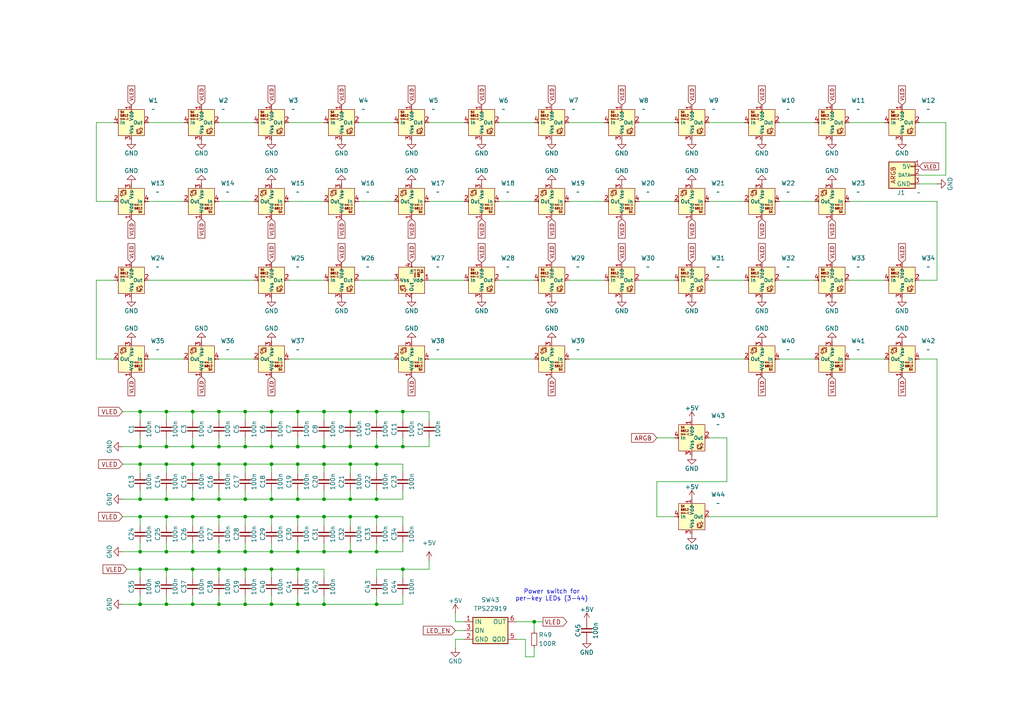
<source format=kicad_sch>
(kicad_sch (version 20250114) (generator "eeschema") (generator_version "9.0")
  (paper "A4")
  (text "Power switch for\nper-key LEDs (3-44)" (at 160.02 172.72 0) (effects (font (size 1.27 1.27))))
  (junction (at 63.5 144.78))
  (junction (at 71.12 144.78))
  (junction (at 55.88 144.78))
  (junction (at 86.36 144.78))
  (junction (at 48.26 119.38))
  (junction (at 109.22 129.54))
  (junction (at 93.98 149.86))
  (junction (at 101.6 134.62))
  (junction (at 48.26 134.62))
  (junction (at 116.84 129.54))
  (junction (at 63.5 134.62))
  (junction (at 93.98 129.54))
  (junction (at 109.22 149.86))
  (junction (at 55.88 134.62))
  (junction (at 63.5 175.26))
  (junction (at 55.88 149.86))
  (junction (at 71.12 149.86))
  (junction (at 78.74 175.26))
  (junction (at 116.84 119.38))
  (junction (at 78.74 165.1))
  (junction (at 63.5 119.38))
  (junction (at 55.88 175.26))
  (junction (at 101.6 119.38))
  (junction (at 101.6 160.02))
  (junction (at 93.98 134.62))
  (junction (at 101.6 129.54))
  (junction (at 63.5 149.86))
  (junction (at 55.88 129.54))
  (junction (at 48.26 175.26))
  (junction (at 101.6 149.86))
  (junction (at 86.36 149.86))
  (junction (at 93.98 144.78))
  (junction (at 116.84 165.1))
  (junction (at 101.6 144.78))
  (junction (at 86.36 165.1))
  (junction (at 48.26 149.86))
  (junction (at 78.74 119.38))
  (junction (at 78.74 160.02))
  (junction (at 71.12 165.1))
  (junction (at 78.74 134.62))
  (junction (at 63.5 165.1))
  (junction (at 93.98 175.26))
  (junction (at 48.26 129.54))
  (junction (at 86.36 119.38))
  (junction (at 71.12 119.38))
  (junction (at 78.74 149.86))
  (junction (at 71.12 175.26))
  (junction (at 48.26 165.1))
  (junction (at 63.5 129.54))
  (junction (at 40.64 129.54))
  (junction (at 154.94 180.34))
  (junction (at 109.22 175.26))
  (junction (at 86.36 175.26))
  (junction (at 40.64 134.62))
  (junction (at 40.64 149.86))
  (junction (at 71.12 160.02))
  (junction (at 93.98 119.38))
  (junction (at 109.22 134.62))
  (junction (at 40.64 175.26))
  (junction (at 78.74 129.54))
  (junction (at 78.74 144.78))
  (junction (at 109.22 160.02))
  (junction (at 40.64 165.1))
  (junction (at 86.36 160.02))
  (junction (at 86.36 129.54))
  (junction (at 93.98 160.02))
  (junction (at 86.36 134.62))
  (junction (at 55.88 119.38))
  (junction (at 71.12 134.62))
  (junction (at 48.26 160.02))
  (junction (at 40.64 144.78))
  (junction (at 109.22 119.38))
  (junction (at 40.64 119.38))
  (junction (at 63.5 160.02))
  (junction (at 109.22 144.78))
  (junction (at 48.26 144.78))
  (junction (at 55.88 165.1))
  (junction (at 40.64 160.02))
  (junction (at 71.12 129.54))
  (junction (at 55.88 160.02))
  (wire (pts (xy 55.88 165.1) (xy 55.88 167.64)))
  (wire (pts (xy 124.46 35.56) (xy 134.62 35.56)))
  (wire (pts (xy 48.26 144.78) (xy 40.64 144.78)))
  (wire (pts (xy 35.56 119.38) (xy 40.64 119.38)))
  (wire (pts (xy 205.74 127) (xy 210.82 127)))
  (wire (pts (xy 48.26 175.26) (xy 48.26 172.72)))
  (wire (pts (xy 63.5 144.78) (xy 55.88 144.78)))
  (wire (pts (xy 226.06 81.28) (xy 236.22 81.28)))
  (wire (pts (xy 109.22 134.62) (xy 116.84 134.62)))
  (wire (pts (xy 63.5 175.26) (xy 55.88 175.26)))
  (wire (pts (xy 78.74 129.54) (xy 78.74 127)))
  (wire (pts (xy 101.6 149.86) (xy 109.22 149.86)))
  (wire (pts (xy 101.6 149.86) (xy 101.6 152.4)))
  (wire (pts (xy 116.84 129.54) (xy 124.46 129.54)))
  (wire (pts (xy 165.1 104.14) (xy 215.9 104.14)))
  (wire (pts (xy 109.22 119.38) (xy 109.22 121.92)))
  (wire (pts (xy 109.22 165.1) (xy 116.84 165.1)))
  (wire (pts (xy 63.5 134.62) (xy 63.5 137.16)))
  (wire (pts (xy 78.74 134.62) (xy 78.74 137.16)))
  (wire (pts (xy 116.84 144.78) (xy 109.22 144.78)))
  (wire (pts (xy 116.84 160.02) (xy 116.84 157.48)))
  (wire (pts (xy 78.74 175.26) (xy 71.12 175.26)))
  (wire (pts (xy 132.08 185.42) (xy 132.08 187.96)))
  (wire (pts (xy 27.94 104.14) (xy 33.02 104.14)))
  (wire (pts (xy 83.82 58.42) (xy 93.98 58.42)))
  (wire (pts (xy 63.5 35.56) (xy 73.66 35.56)))
  (wire (pts (xy 48.26 144.78) (xy 48.26 142.24)))
  (wire (pts (xy 78.74 165.1) (xy 86.36 165.1)))
  (wire (pts (xy 116.84 119.38) (xy 116.84 121.92)))
  (wire (pts (xy 48.26 134.62) (xy 48.26 137.16)))
  (wire (pts (xy 109.22 160.02) (xy 101.6 160.02)))
  (wire (pts (xy 205.74 58.42) (xy 215.9 58.42)))
  (wire (pts (xy 109.22 149.86) (xy 109.22 152.4)))
  (wire (pts (xy 185.42 35.56) (xy 195.58 35.56)))
  (wire (pts (xy 48.26 160.02) (xy 40.64 160.02)))
  (wire (pts (xy 116.84 175.26) (xy 109.22 175.26)))
  (wire (pts (xy 86.36 175.26) (xy 78.74 175.26)))
  (wire (pts (xy 40.64 119.38) (xy 40.64 121.92)))
  (wire (pts (xy 40.64 144.78) (xy 40.64 142.24)))
  (wire (pts (xy 124.46 81.28) (xy 134.62 81.28)))
  (wire (pts (xy 48.26 134.62) (xy 55.88 134.62)))
  (wire (pts (xy 55.88 160.02) (xy 48.26 160.02)))
  (wire (pts (xy 93.98 149.86) (xy 93.98 152.4)))
  (wire (pts (xy 78.74 129.54) (xy 86.36 129.54)))
  (wire (pts (xy 185.42 58.42) (xy 195.58 58.42)))
  (wire (pts (xy 48.26 165.1) (xy 55.88 165.1)))
  (wire (pts (xy 27.94 35.56) (xy 27.94 58.42)))
  (wire (pts (xy 104.14 35.56) (xy 114.3 35.56)))
  (wire (pts (xy 48.26 129.54) (xy 55.88 129.54)))
  (wire (pts (xy 35.56 134.62) (xy 40.64 134.62)))
  (wire (pts (xy 165.1 35.56) (xy 175.26 35.56)))
  (wire (pts (xy 124.46 162.56) (xy 124.46 165.1)))
  (wire (pts (xy 86.36 144.78) (xy 78.74 144.78)))
  (wire (pts (xy 40.64 165.1) (xy 40.64 167.64)))
  (wire (pts (xy 78.74 119.38) (xy 86.36 119.38)))
  (wire (pts (xy 86.36 144.78) (xy 86.36 142.24)))
  (wire (pts (xy 63.5 149.86) (xy 63.5 152.4)))
  (wire (pts (xy 55.88 175.26) (xy 48.26 175.26)))
  (wire (pts (xy 109.22 149.86) (xy 116.84 149.86)))
  (wire (pts (xy 124.46 104.14) (xy 154.94 104.14)))
  (wire (pts (xy 116.84 165.1) (xy 116.84 167.64)))
  (wire (pts (xy 27.94 58.42) (xy 33.02 58.42)))
  (wire (pts (xy 40.64 160.02) (xy 40.64 157.48)))
  (wire (pts (xy 101.6 134.62) (xy 109.22 134.62)))
  (wire (pts (xy 134.62 185.42) (xy 132.08 185.42)))
  (wire (pts (xy 86.36 160.02) (xy 86.36 157.48)))
  (wire (pts (xy 101.6 119.38) (xy 101.6 121.92)))
  (wire (pts (xy 165.1 81.28) (xy 175.26 81.28)))
  (wire (pts (xy 93.98 175.26) (xy 109.22 175.26)))
  (wire (pts (xy 63.5 165.1) (xy 71.12 165.1)))
  (wire (pts (xy 35.56 129.54) (xy 40.64 129.54)))
  (wire (pts (xy 48.26 160.02) (xy 48.26 157.48)))
  (wire (pts (xy 83.82 104.14) (xy 114.3 104.14)))
  (wire (pts (xy 40.64 134.62) (xy 40.64 137.16)))
  (wire (pts (xy 71.12 129.54) (xy 78.74 129.54)))
  (wire (pts (xy 246.38 104.14) (xy 256.54 104.14)))
  (wire (pts (xy 144.78 58.42) (xy 154.94 58.42)))
  (wire (pts (xy 55.88 175.26) (xy 55.88 172.72)))
  (wire (pts (xy 63.5 144.78) (xy 63.5 142.24)))
  (wire (pts (xy 63.5 160.02) (xy 55.88 160.02)))
  (wire (pts (xy 154.94 180.34) (xy 157.48 180.34)))
  (wire (pts (xy 55.88 129.54) (xy 55.88 127)))
  (wire (pts (xy 86.36 129.54) (xy 86.36 127)))
  (wire (pts (xy 71.12 175.26) (xy 63.5 175.26)))
  (wire (pts (xy 55.88 129.54) (xy 63.5 129.54)))
  (wire (pts (xy 109.22 134.62) (xy 109.22 137.16)))
  (wire (pts (xy 48.26 149.86) (xy 55.88 149.86)))
  (wire (pts (xy 246.38 81.28) (xy 256.54 81.28)))
  (wire (pts (xy 86.36 165.1) (xy 86.36 167.64)))
  (wire (pts (xy 86.36 149.86) (xy 93.98 149.86)))
  (wire (pts (xy 152.4 190.5) (xy 152.4 185.42)))
  (wire (pts (xy 101.6 144.78) (xy 101.6 142.24)))
  (wire (pts (xy 109.22 119.38) (xy 116.84 119.38)))
  (wire (pts (xy 190.5 139.7) (xy 190.5 149.86)))
  (wire (pts (xy 93.98 144.78) (xy 93.98 142.24)))
  (wire (pts (xy 246.38 35.56) (xy 256.54 35.56)))
  (wire (pts (xy 86.36 119.38) (xy 93.98 119.38)))
  (wire (pts (xy 36.83 165.1) (xy 40.64 165.1)))
  (wire (pts (xy 40.64 129.54) (xy 48.26 129.54)))
  (wire (pts (xy 226.06 35.56) (xy 236.22 35.56)))
  (wire (pts (xy 101.6 129.54) (xy 101.6 127)))
  (wire (pts (xy 40.64 119.38) (xy 48.26 119.38)))
  (wire (pts (xy 55.88 119.38) (xy 63.5 119.38)))
  (wire (pts (xy 109.22 129.54) (xy 116.84 129.54)))
  (wire (pts (xy 144.78 81.28) (xy 154.94 81.28)))
  (wire (pts (xy 63.5 129.54) (xy 71.12 129.54)))
  (wire (pts (xy 124.46 129.54) (xy 124.46 127)))
  (wire (pts (xy 71.12 144.78) (xy 63.5 144.78)))
  (wire (pts (xy 101.6 160.02) (xy 93.98 160.02)))
  (wire (pts (xy 55.88 119.38) (xy 55.88 121.92)))
  (wire (pts (xy 40.64 134.62) (xy 48.26 134.62)))
  (wire (pts (xy 63.5 160.02) (xy 63.5 157.48)))
  (wire (pts (xy 40.64 149.86) (xy 40.64 152.4)))
  (wire (pts (xy 210.82 127) (xy 210.82 139.7)))
  (wire (pts (xy 48.26 119.38) (xy 48.26 121.92)))
  (wire (pts (xy 78.74 160.02) (xy 71.12 160.02)))
  (wire (pts (xy 78.74 149.86) (xy 78.74 152.4)))
  (wire (pts (xy 43.18 58.42) (xy 53.34 58.42)))
  (wire (pts (xy 55.88 134.62) (xy 63.5 134.62)))
  (wire (pts (xy 55.88 165.1) (xy 63.5 165.1)))
  (wire (pts (xy 116.84 144.78) (xy 116.84 142.24)))
  (wire (pts (xy 93.98 129.54) (xy 93.98 127)))
  (wire (pts (xy 109.22 165.1) (xy 109.22 167.64)))
  (wire (pts (xy 40.64 149.86) (xy 48.26 149.86)))
  (wire (pts (xy 109.22 144.78) (xy 101.6 144.78)))
  (wire (pts (xy 93.98 134.62) (xy 93.98 137.16)))
  (wire (pts (xy 132.08 177.8) (xy 132.08 180.34)))
  (wire (pts (xy 86.36 129.54) (xy 93.98 129.54)))
  (wire (pts (xy 93.98 129.54) (xy 101.6 129.54)))
  (wire (pts (xy 27.94 81.28) (xy 27.94 104.14)))
  (wire (pts (xy 205.74 35.56) (xy 215.9 35.56)))
  (wire (pts (xy 101.6 160.02) (xy 101.6 157.48)))
  (wire (pts (xy 71.12 144.78) (xy 71.12 142.24)))
  (wire (pts (xy 116.84 175.26) (xy 116.84 172.72)))
  (wire (pts (xy 71.12 134.62) (xy 71.12 137.16)))
  (wire (pts (xy 55.88 134.62) (xy 55.88 137.16)))
  (wire (pts (xy 124.46 119.38) (xy 124.46 121.92)))
  (wire (pts (xy 40.64 175.26) (xy 40.64 172.72)))
  (wire (pts (xy 266.7 50.8) (xy 274.32 50.8)))
  (wire (pts (xy 83.82 35.56) (xy 93.98 35.56)))
  (wire (pts (xy 116.84 149.86) (xy 116.84 152.4)))
  (wire (pts (xy 154.94 180.34) (xy 154.94 182.88)))
  (wire (pts (xy 226.06 58.42) (xy 236.22 58.42)))
  (wire (pts (xy 116.84 134.62) (xy 116.84 137.16)))
  (wire (pts (xy 86.36 134.62) (xy 93.98 134.62)))
  (wire (pts (xy 48.26 129.54) (xy 48.26 127)))
  (wire (pts (xy 116.84 160.02) (xy 109.22 160.02)))
  (wire (pts (xy 35.56 160.02) (xy 40.64 160.02)))
  (wire (pts (xy 55.88 149.86) (xy 63.5 149.86)))
  (wire (pts (xy 35.56 175.26) (xy 40.64 175.26)))
  (wire (pts (xy 35.56 149.86) (xy 40.64 149.86)))
  (wire (pts (xy 266.7 35.56) (xy 274.32 35.56)))
  (wire (pts (xy 205.74 149.86) (xy 271.78 149.86)))
  (wire (pts (xy 78.74 149.86) (xy 86.36 149.86)))
  (wire (pts (xy 63.5 175.26) (xy 63.5 172.72)))
  (wire (pts (xy 55.88 144.78) (xy 48.26 144.78)))
  (wire (pts (xy 149.86 185.42) (xy 152.4 185.42)))
  (wire (pts (xy 154.94 190.5) (xy 152.4 190.5)))
  (wire (pts (xy 71.12 149.86) (xy 71.12 152.4)))
  (wire (pts (xy 78.74 165.1) (xy 78.74 167.64)))
  (wire (pts (xy 266.7 81.28) (xy 271.78 81.28)))
  (wire (pts (xy 124.46 58.42) (xy 134.62 58.42)))
  (wire (pts (xy 132.08 180.34) (xy 134.62 180.34)))
  (wire (pts (xy 43.18 35.56) (xy 53.34 35.56)))
  (wire (pts (xy 109.22 144.78) (xy 109.22 142.24)))
  (wire (pts (xy 109.22 172.72) (xy 109.22 175.26)))
  (wire (pts (xy 271.78 58.42) (xy 271.78 81.28)))
  (wire (pts (xy 132.08 182.88) (xy 134.62 182.88)))
  (wire (pts (xy 226.06 104.14) (xy 236.22 104.14)))
  (wire (pts (xy 63.5 104.14) (xy 73.66 104.14)))
  (wire (pts (xy 93.98 149.86) (xy 101.6 149.86)))
  (wire (pts (xy 86.36 119.38) (xy 86.36 121.92)))
  (wire (pts (xy 43.18 104.14) (xy 53.34 104.14)))
  (wire (pts (xy 71.12 119.38) (xy 78.74 119.38)))
  (wire (pts (xy 101.6 144.78) (xy 93.98 144.78)))
  (wire (pts (xy 63.5 119.38) (xy 71.12 119.38)))
  (wire (pts (xy 93.98 119.38) (xy 101.6 119.38)))
  (wire (pts (xy 63.5 149.86) (xy 71.12 149.86)))
  (wire (pts (xy 101.6 129.54) (xy 109.22 129.54)))
  (wire (pts (xy 43.18 81.28) (xy 73.66 81.28)))
  (wire (pts (xy 104.14 81.28) (xy 114.3 81.28)))
  (wire (pts (xy 93.98 165.1) (xy 93.98 167.64)))
  (wire (pts (xy 116.84 129.54) (xy 116.84 127)))
  (wire (pts (xy 205.74 81.28) (xy 215.9 81.28)))
  (wire (pts (xy 63.5 119.38) (xy 63.5 121.92)))
  (wire (pts (xy 109.22 129.54) (xy 109.22 127)))
  (wire (pts (xy 93.98 144.78) (xy 86.36 144.78)))
  (wire (pts (xy 40.64 165.1) (xy 48.26 165.1)))
  (wire (pts (xy 109.22 160.02) (xy 109.22 157.48)))
  (wire (pts (xy 271.78 104.14) (xy 271.78 149.86)))
  (wire (pts (xy 63.5 165.1) (xy 63.5 167.64)))
  (wire (pts (xy 71.12 160.02) (xy 71.12 157.48)))
  (wire (pts (xy 71.12 134.62) (xy 78.74 134.62)))
  (wire (pts (xy 78.74 134.62) (xy 86.36 134.62)))
  (wire (pts (xy 86.36 134.62) (xy 86.36 137.16)))
  (wire (pts (xy 40.64 127) (xy 40.64 129.54)))
  (wire (pts (xy 93.98 175.26) (xy 93.98 172.72)))
  (wire (pts (xy 144.78 35.56) (xy 154.94 35.56)))
  (wire (pts (xy 48.26 149.86) (xy 48.26 152.4)))
  (wire (pts (xy 63.5 58.42) (xy 73.66 58.42)))
  (wire (pts (xy 48.26 165.1) (xy 48.26 167.64)))
  (wire (pts (xy 86.36 175.26) (xy 86.36 172.72)))
  (wire (pts (xy 48.26 119.38) (xy 55.88 119.38)))
  (wire (pts (xy 86.36 160.02) (xy 78.74 160.02)))
  (wire (pts (xy 71.12 160.02) (xy 63.5 160.02)))
  (wire (pts (xy 93.98 160.02) (xy 93.98 157.48)))
  (wire (pts (xy 86.36 149.86) (xy 86.36 152.4)))
  (wire (pts (xy 274.32 50.8) (xy 274.32 35.56)))
  (wire (pts (xy 93.98 119.38) (xy 93.98 121.92)))
  (wire (pts (xy 78.74 119.38) (xy 78.74 121.92)))
  (wire (pts (xy 55.88 160.02) (xy 55.88 157.48)))
  (wire (pts (xy 104.14 58.42) (xy 114.3 58.42)))
  (wire (pts (xy 93.98 134.62) (xy 101.6 134.62)))
  (wire (pts (xy 190.5 127) (xy 195.58 127)))
  (wire (pts (xy 266.7 53.34) (xy 271.78 53.34)))
  (wire (pts (xy 78.74 144.78) (xy 71.12 144.78)))
  (wire (pts (xy 27.94 35.56) (xy 33.02 35.56)))
  (wire (pts (xy 93.98 160.02) (xy 86.36 160.02)))
  (wire (pts (xy 83.82 81.28) (xy 93.98 81.28)))
  (wire (pts (xy 71.12 149.86) (xy 78.74 149.86)))
  (wire (pts (xy 86.36 165.1) (xy 93.98 165.1)))
  (wire (pts (xy 165.1 58.42) (xy 175.26 58.42)))
  (wire (pts (xy 35.56 144.78) (xy 40.64 144.78)))
  (wire (pts (xy 149.86 180.34) (xy 154.94 180.34)))
  (wire (pts (xy 27.94 81.28) (xy 33.02 81.28)))
  (wire (pts (xy 266.7 104.14) (xy 271.78 104.14)))
  (wire (pts (xy 71.12 165.1) (xy 78.74 165.1)))
  (wire (pts (xy 78.74 144.78) (xy 78.74 142.24)))
  (wire (pts (xy 63.5 129.54) (xy 63.5 127)))
  (wire (pts (xy 154.94 187.96) (xy 154.94 190.5)))
  (wire (pts (xy 246.38 58.42) (xy 271.78 58.42)))
  (wire (pts (xy 71.12 175.26) (xy 71.12 172.72)))
  (wire (pts (xy 185.42 81.28) (xy 195.58 81.28)))
  (wire (pts (xy 101.6 134.62) (xy 101.6 137.16)))
  (wire (pts (xy 101.6 119.38) (xy 109.22 119.38)))
  (wire (pts (xy 55.88 144.78) (xy 55.88 142.24)))
  (wire (pts (xy 48.26 175.26) (xy 40.64 175.26)))
  (wire (pts (xy 71.12 129.54) (xy 71.12 127)))
  (wire (pts (xy 93.98 175.26) (xy 86.36 175.26)))
  (wire (pts (xy 116.84 119.38) (xy 124.46 119.38)))
  (wire (pts (xy 78.74 160.02) (xy 78.74 157.48)))
  (wire (pts (xy 55.88 149.86) (xy 55.88 152.4)))
  (wire (pts (xy 190.5 149.86) (xy 195.58 149.86)))
  (wire (pts (xy 78.74 175.26) (xy 78.74 172.72)))
  (wire (pts (xy 71.12 165.1) (xy 71.12 167.64)))
  (wire (pts (xy 71.12 119.38) (xy 71.12 121.92)))
  (wire (pts (xy 63.5 134.62) (xy 71.12 134.62)))
  (wire (pts (xy 190.5 139.7) (xy 210.82 139.7)))
  (wire (pts (xy 116.84 165.1) (xy 124.46 165.1)))
  (global_label "VLED" (shape input) (at 99.06 63.5 270) (effects (font (size 1.016 1.016))) (property "Intersheetrefs" "${INTERSHEET_REFS}" (effects (hide yes))))
  (global_label "VLED" (shape input) (at 180.34 63.5 270) (effects (font (size 1.016 1.016))) (property "Intersheetrefs" "${INTERSHEET_REFS}" (effects (hide yes))))
  (global_label "VLED" (shape input) (at 220.98 76.2 90) (effects (font (size 1.016 1.016))) (property "Intersheetrefs" "${INTERSHEET_REFS}" (effects (hide yes))))
  (global_label "VLED" (shape input) (at 35.56 149.86 180) (property "Intersheetrefs" "${INTERSHEET_REFS}" (effects (hide yes))))
  (global_label "VLED" (shape input) (at 36.83 165.1 180) (property "Intersheetrefs" "${INTERSHEET_REFS}" (effects (hide yes))))
  (global_label "VLED" (shape input) (at 160.02 109.22 270) (effects (font (size 1.016 1.016))) (property "Intersheetrefs" "${INTERSHEET_REFS}" (effects (hide yes))))
  (global_label "VLED" (shape input) (at 261.62 76.2 90) (effects (font (size 1.016 1.016))) (property "Intersheetrefs" "${INTERSHEET_REFS}" (effects (hide yes))))
  (global_label "VLED" (shape input) (at 200.66 30.48 90) (effects (font (size 1.016 1.016))) (property "Intersheetrefs" "${INTERSHEET_REFS}" (effects (hide yes))))
  (global_label "VLED" (shape input) (at 139.7 63.5 270) (effects (font (size 1.016 1.016))) (property "Intersheetrefs" "${INTERSHEET_REFS}" (effects (hide yes))))
  (global_label "VLED" (shape input) (at 38.1 30.48 90) (effects (font (size 1.016 1.016))) (property "Intersheetrefs" "${INTERSHEET_REFS}" (effects (hide yes))))
  (global_label "VLED" (shape input) (at 58.42 63.5 270) (effects (font (size 1.016 1.016))) (property "Intersheetrefs" "${INTERSHEET_REFS}" (effects (hide yes))))
  (global_label "VLED" (shape input) (at 99.06 76.2 90) (effects (font (size 1.016 1.016))) (property "Intersheetrefs" "${INTERSHEET_REFS}" (effects (hide yes))))
  (global_label "VLED" (shape input) (at 220.98 63.5 270) (effects (font (size 1.016 1.016))) (property "Intersheetrefs" "${INTERSHEET_REFS}" (effects (hide yes))))
  (global_label "VLED" (shape input) (at 220.98 30.48 90) (effects (font (size 1.016 1.016))) (property "Intersheetrefs" "${INTERSHEET_REFS}" (effects (hide yes))))
  (global_label "VLED" (shape input) (at 119.38 109.22 270) (effects (font (size 1.016 1.016))) (property "Intersheetrefs" "${INTERSHEET_REFS}" (effects (hide yes))))
  (global_label "VLED" (shape input) (at 38.1 76.2 90) (effects (font (size 1.016 1.016))) (property "Intersheetrefs" "${INTERSHEET_REFS}" (effects (hide yes))))
  (global_label "VLED" (shape input) (at 266.7 48.26 0) (effects (font (size 1.016 1.016))) (property "Intersheetrefs" "${INTERSHEET_REFS}" (effects (hide yes))))
  (global_label "VLED" (shape input) (at 241.3 30.48 90) (effects (font (size 1.016 1.016))) (property "Intersheetrefs" "${INTERSHEET_REFS}" (effects (hide yes))))
  (global_label "LED_EN" (shape input) (at 132.08 182.88 180) (property "Intersheetrefs" "${INTERSHEET_REFS}" (effects (hide yes))))
  (global_label "VLED" (shape input) (at 78.74 30.48 90) (effects (font (size 1.016 1.016))) (property "Intersheetrefs" "${INTERSHEET_REFS}" (effects (hide yes))))
  (global_label "VLED" (shape input) (at 119.38 30.48 90) (effects (font (size 1.016 1.016))) (property "Intersheetrefs" "${INTERSHEET_REFS}" (effects (hide yes))))
  (global_label "VLED" (shape input) (at 160.02 63.5 270) (effects (font (size 1.016 1.016))) (property "Intersheetrefs" "${INTERSHEET_REFS}" (effects (hide yes))))
  (global_label "VLED" (shape input) (at 180.34 30.48 90) (effects (font (size 1.016 1.016))) (property "Intersheetrefs" "${INTERSHEET_REFS}" (effects (hide yes))))
  (global_label "VLED" (shape input) (at 35.56 119.38 180) (property "Intersheetrefs" "${INTERSHEET_REFS}" (effects (hide yes))))
  (global_label "ARGB" (shape input) (at 190.5 127 180) (property "Intersheetrefs" "${INTERSHEET_REFS}" (effects (hide yes))))
  (global_label "VLED" (shape output) (at 157.48 180.34 0) (property "Intersheetrefs" "${INTERSHEET_REFS}" (effects (hide yes))))
  (global_label "VLED" (shape input) (at 241.3 109.22 270) (effects (font (size 1.016 1.016))) (property "Intersheetrefs" "${INTERSHEET_REFS}" (effects (hide yes))))
  (global_label "VLED" (shape input) (at 241.3 63.5 270) (effects (font (size 1.016 1.016))) (property "Intersheetrefs" "${INTERSHEET_REFS}" (effects (hide yes))))
  (global_label "VLED" (shape input) (at 139.7 30.48 90) (effects (font (size 1.016 1.016))) (property "Intersheetrefs" "${INTERSHEET_REFS}" (effects (hide yes))))
  (global_label "VLED" (shape input) (at 99.06 30.48 90) (effects (font (size 1.016 1.016))) (property "Intersheetrefs" "${INTERSHEET_REFS}" (effects (hide yes))))
  (global_label "VLED" (shape input) (at 200.66 63.5 270) (effects (font (size 1.016 1.016))) (property "Intersheetrefs" "${INTERSHEET_REFS}" (effects (hide yes))))
  (global_label "VLED" (shape input) (at 38.1 63.5 270) (effects (font (size 1.016 1.016))) (property "Intersheetrefs" "${INTERSHEET_REFS}" (effects (hide yes))))
  (global_label "VLED" (shape input) (at 200.66 76.2 90) (effects (font (size 1.016 1.016))) (property "Intersheetrefs" "${INTERSHEET_REFS}" (effects (hide yes))))
  (global_label "VLED" (shape input) (at 38.1 109.22 270) (effects (font (size 1.016 1.016))) (property "Intersheetrefs" "${INTERSHEET_REFS}" (effects (hide yes))))
  (global_label "VLED" (shape input) (at 261.62 109.22 270) (effects (font (size 1.016 1.016))) (property "Intersheetrefs" "${INTERSHEET_REFS}" (effects (hide yes))))
  (global_label "VLED" (shape input) (at 160.02 76.2 90) (effects (font (size 1.016 1.016))) (property "Intersheetrefs" "${INTERSHEET_REFS}" (effects (hide yes))))
  (global_label "VLED" (shape input) (at 139.7 76.2 90) (effects (font (size 1.016 1.016))) (property "Intersheetrefs" "${INTERSHEET_REFS}" (effects (hide yes))))
  (global_label "VLED" (shape input) (at 78.74 63.5 270) (effects (font (size 1.016 1.016))) (property "Intersheetrefs" "${INTERSHEET_REFS}" (effects (hide yes))))
  (global_label "VLED" (shape input) (at 35.56 134.62 180) (property "Intersheetrefs" "${INTERSHEET_REFS}" (effects (hide yes))))
  (global_label "VLED" (shape input) (at 119.38 63.5 270) (effects (font (size 1.016 1.016))) (property "Intersheetrefs" "${INTERSHEET_REFS}" (effects (hide yes))))
  (global_label "VLED" (shape input) (at 241.3 76.2 90) (effects (font (size 1.016 1.016))) (property "Intersheetrefs" "${INTERSHEET_REFS}" (effects (hide yes))))
  (global_label "VLED" (shape input) (at 160.02 30.48 90) (effects (font (size 1.016 1.016))) (property "Intersheetrefs" "${INTERSHEET_REFS}" (effects (hide yes))))
  (global_label "VLED" (shape input) (at 78.74 109.22 270) (effects (font (size 1.016 1.016))) (property "Intersheetrefs" "${INTERSHEET_REFS}" (effects (hide yes))))
  (global_label "VLED" (shape input) (at 119.38 76.2 90) (effects (font (size 1.016 1.016))) (property "Intersheetrefs" "${INTERSHEET_REFS}" (effects (hide yes))))
  (global_label "VLED" (shape input) (at 58.42 30.48 90) (effects (font (size 1.016 1.016))) (property "Intersheetrefs" "${INTERSHEET_REFS}" (effects (hide yes))))
  (global_label "VLED" (shape input) (at 58.42 109.22 270) (effects (font (size 1.016 1.016))) (property "Intersheetrefs" "${INTERSHEET_REFS}" (effects (hide yes))))
  (global_label "VLED" (shape input) (at 180.34 76.2 90) (effects (font (size 1.016 1.016))) (property "Intersheetrefs" "${INTERSHEET_REFS}" (effects (hide yes))))
  (global_label "VLED" (shape input) (at 220.98 109.22 270) (effects (font (size 1.016 1.016))) (property "Intersheetrefs" "${INTERSHEET_REFS}" (effects (hide yes))))
  (global_label "VLED" (shape input) (at 261.62 30.48 90) (effects (font (size 1.016 1.016))) (property "Intersheetrefs" "${INTERSHEET_REFS}" (effects (hide yes))))
  (global_label "VLED" (shape input) (at 78.74 76.2 90) (effects (font (size 1.016 1.016))) (property "Intersheetrefs" "${INTERSHEET_REFS}" (effects (hide yes))))
  (symbol (lib_id "power:GND") (at 241.3 40.64 0) (unit 1)
    (property "Reference" "#PWR025" (effects (hide yes)))
    (property "Value" "GND" (at 241.3 44.45 0))
    (property "Description" "Power symbol creates a global label with name \"GND\" , ground" (effects (hide yes)))
  )
  (symbol (lib_id "ts-kicad-lib:C") (at 71.12 139.7 90) (unit 1)
    (property "Reference" "C17" (at 68.58 139.7 0))
    (property "Value" "100n" (at 73.66 139.7 0))
    (property "Footprint" "Capacitor_SMD:C_0603_1608Metric" (effects (hide yes)))
    (property "Description" "Unpolarized capacitor" (effects (hide yes)))
  )
  (symbol (lib_id "ts-kicad-lib:C") (at 63.5 124.46 90) (unit 1)
    (property "Reference" "C4" (at 60.96 124.46 0))
    (property "Value" "100n" (at 66.04 124.46 0))
    (property "Footprint" "Capacitor_SMD:C_0603_1608Metric" (effects (hide yes)))
    (property "Description" "Unpolarized capacitor" (effects (hide yes)))
  )
  (symbol (lib_id "ts-kicad-lib:C") (at 116.84 124.46 90) (unit 1)
    (property "Reference" "C11" (at 114.3 124.46 0))
    (property "Value" "100n" (at 119.38 124.46 0))
    (property "Footprint" "Capacitor_SMD:C_0603_1608Metric" (effects (hide yes)))
    (property "Description" "Unpolarized capacitor" (effects (hide yes)))
  )
  (symbol (lib_id "ts-keyboard-lib:SK6812MINI-E") (at 220.98 81.28 0) (unit 1)
    (property "Reference" "W32" (at 228.6 74.8598 0))
    (property "Value" "~" (at 228.6 77.3998 0))
    (property "Footprint" "ts-keyboard-lib:SK6812MINI-E" (effects (hide yes)))
    (property "Datasheet" "https://github.com/Tecsmith/ts-kicad-lib/blob/main/docs/sk6812mini-e-C5149201.pdf" (effects (hide yes)))
  )
  (symbol (lib_id "ts-keyboard-lib:SK6812MINI-E") (at 160.02 81.28 0) (unit 1)
    (property "Reference" "W29" (at 167.64 74.8598 0))
    (property "Value" "~" (at 167.64 77.3998 0))
    (property "Footprint" "ts-keyboard-lib:SK6812MINI-E" (effects (hide yes)))
    (property "Datasheet" "https://github.com/Tecsmith/ts-kicad-lib/blob/main/docs/sk6812mini-e-C5149201.pdf" (effects (hide yes)))
  )
  (symbol (lib_id "ts-kicad-lib:C") (at 63.5 154.94 90) (unit 1)
    (property "Reference" "C27" (at 60.96 154.94 0))
    (property "Value" "100n" (at 66.04 154.94 0))
    (property "Footprint" "Capacitor_SMD:C_0603_1608Metric" (effects (hide yes)))
    (property "Description" "Unpolarized capacitor" (effects (hide yes)))
  )
  (symbol (lib_id "ts-kicad-lib:C") (at 86.36 154.94 90) (unit 1)
    (property "Reference" "C30" (at 83.82 154.94 0))
    (property "Value" "100n" (at 88.9 154.94 0))
    (property "Footprint" "Capacitor_SMD:C_0603_1608Metric" (effects (hide yes)))
    (property "Description" "Unpolarized capacitor" (effects (hide yes)))
  )
  (symbol (lib_id "ts-keyboard-lib:SK6812MINI-E") (at 160.02 58.42 180) (unit 1)
    (property "Reference" "W19" (at 167.64 53.1493 0))
    (property "Value" "~" (at 167.64 55.6893 0))
    (property "Footprint" "ts-keyboard-lib:SK6812MINI-E" (effects (hide yes)))
    (property "Datasheet" "https://github.com/Tecsmith/ts-kicad-lib/blob/main/docs/sk6812mini-e-C5149201.pdf" (effects (hide yes)))
  )
  (symbol (lib_id "ts-kicad-lib:C") (at 86.36 170.18 90) (unit 1)
    (property "Reference" "C41" (at 83.82 170.18 0))
    (property "Value" "100n" (at 88.9 170.18 0))
    (property "Footprint" "Capacitor_SMD:C_0603_1608Metric" (effects (hide yes)))
    (property "Description" "Unpolarized capacitor" (effects (hide yes)))
  )
  (symbol (lib_id "power:GND") (at 241.3 99.06 180) (unit 1)
    (property "Reference" "#PWR056" (effects (hide yes)))
    (property "Value" "GND" (at 241.3 95.25 0))
    (property "Description" "Power symbol creates a global label with name \"GND\" , ground" (effects (hide yes)))
  )
  (symbol (lib_id "ts-keyboard-lib:SK6812MINI-E") (at 139.7 81.28 0) (unit 1)
    (property "Reference" "W28" (at 147.32 74.8598 0))
    (property "Value" "~" (at 147.32 77.3998 0))
    (property "Footprint" "ts-keyboard-lib:SK6812MINI-E" (effects (hide yes)))
    (property "Datasheet" "https://github.com/Tecsmith/ts-kicad-lib/blob/main/docs/sk6812mini-e-C5149201.pdf" (effects (hide yes)))
  )
  (symbol (lib_id "ts-kicad-lib:C") (at 78.74 170.18 90) (unit 1)
    (property "Reference" "C40" (at 76.2 170.18 0))
    (property "Value" "100n" (at 81.28 170.18 0))
    (property "Footprint" "Capacitor_SMD:C_0603_1608Metric" (effects (hide yes)))
    (property "Description" "Unpolarized capacitor" (effects (hide yes)))
  )
  (symbol (lib_id "ts-kicad-lib:ARGB-5V-HEADER") (at 261.62 50.8 0) (mirror y) (unit 1)
    (property "Reference" "J1" (at 261.366 55.88 0))
    (property "Value" "~" (at 266.446 55.88 0))
    (property "Footprint" "ts-kicad-lib:JRAINBOW-5V-ARGB" (effects (hide yes)))
  )
  (symbol (lib_id "ts-keyboard-lib:SK6812MINI-E") (at 58.42 58.42 180) (unit 1)
    (property "Reference" "W14" (at 66.04 53.1493 0))
    (property "Value" "~" (at 66.04 55.6893 0))
    (property "Footprint" "ts-keyboard-lib:SK6812MINI-E" (effects (hide yes)))
    (property "Datasheet" "https://github.com/Tecsmith/ts-kicad-lib/blob/main/docs/sk6812mini-e-C5149201.pdf" (effects (hide yes)))
  )
  (symbol (lib_id "ts-keyboard-lib:SK6812MINI-E") (at 160.02 104.14 180) (unit 1)
    (property "Reference" "W39" (at 167.64 98.8693 0))
    (property "Value" "~" (at 167.64 101.4093 0))
    (property "Footprint" "ts-keyboard-lib:SK6812MINI-E" (effects (hide yes)))
    (property "Datasheet" "https://github.com/Tecsmith/ts-kicad-lib/blob/main/docs/sk6812mini-e-C5149201.pdf" (effects (hide yes)))
  )
  (symbol (lib_id "power:GND") (at 99.06 40.64 0) (unit 1)
    (property "Reference" "#PWR018" (effects (hide yes)))
    (property "Value" "GND" (at 99.06 44.45 0))
    (property "Description" "Power symbol creates a global label with name \"GND\" , ground" (effects (hide yes)))
  )
  (symbol (lib_id "ts-keyboard-lib:SK6812MINI-E") (at 261.62 35.56 0) (unit 1)
    (property "Reference" "W12" (at 269.24 29.1398 0))
    (property "Value" "~" (at 269.24 31.6798 0))
    (property "Footprint" "ts-keyboard-lib:SK6812MINI-E" (effects (hide yes)))
    (property "Datasheet" "https://github.com/Tecsmith/ts-kicad-lib/blob/main/docs/sk6812mini-e-C5149201.pdf" (effects (hide yes)))
  )
  (symbol (lib_id "ts-keyboard-lib:SK6812MINI-E") (at 220.98 58.42 180) (unit 1)
    (property "Reference" "W22" (at 228.6 53.1493 0))
    (property "Value" "~" (at 228.6 55.6893 0))
    (property "Footprint" "ts-keyboard-lib:SK6812MINI-E" (effects (hide yes)))
    (property "Datasheet" "https://github.com/Tecsmith/ts-kicad-lib/blob/main/docs/sk6812mini-e-C5149201.pdf" (effects (hide yes)))
  )
  (symbol (lib_id "power:GND") (at 38.1 86.36 0) (unit 1)
    (property "Reference" "#PWR039" (effects (hide yes)))
    (property "Value" "GND" (at 38.1 90.17 0))
    (property "Description" "Power symbol creates a global label with name \"GND\" , ground" (effects (hide yes)))
  )
  (symbol (lib_id "ts-kicad-lib:C") (at 116.84 154.94 90) (unit 1)
    (property "Reference" "C34" (at 114.3 154.94 0))
    (property "Value" "100n" (at 119.38 154.94 0))
    (property "Footprint" "Capacitor_SMD:C_0603_1608Metric" (effects (hide yes)))
    (property "Description" "Unpolarized capacitor" (effects (hide yes)))
  )
  (symbol (lib_id "power:GND") (at 119.38 99.06 180) (unit 1)
    (property "Reference" "#PWR053" (effects (hide yes)))
    (property "Value" "GND" (at 119.38 95.25 0))
    (property "Description" "Power symbol creates a global label with name \"GND\" , ground" (effects (hide yes)))
  )
  (symbol (lib_id "power:GND") (at 139.7 86.36 0) (unit 1)
    (property "Reference" "#PWR043" (effects (hide yes)))
    (property "Value" "GND" (at 139.7 90.17 0))
    (property "Description" "Power symbol creates a global label with name \"GND\" , ground" (effects (hide yes)))
  )
  (symbol (lib_id "power:GND") (at 200.66 40.64 0) (unit 1)
    (property "Reference" "#PWR023" (effects (hide yes)))
    (property "Value" "GND" (at 200.66 44.45 0))
    (property "Description" "Power symbol creates a global label with name \"GND\" , ground" (effects (hide yes)))
  )
  (symbol (lib_id "ts-kicad-lib:C") (at 109.22 124.46 90) (unit 1)
    (property "Reference" "C10" (at 106.68 124.46 0))
    (property "Value" "100n" (at 111.76 124.46 0))
    (property "Footprint" "Capacitor_SMD:C_0603_1608Metric" (effects (hide yes)))
    (property "Description" "Unpolarized capacitor" (effects (hide yes)))
  )
  (symbol (lib_id "ts-keyboard-lib:SK6812MINI-E") (at 241.3 58.42 180) (unit 1)
    (property "Reference" "W23" (at 248.92 53.1493 0))
    (property "Value" "~" (at 248.92 55.6893 0))
    (property "Footprint" "ts-keyboard-lib:SK6812MINI-E" (effects (hide yes)))
    (property "Datasheet" "https://github.com/Tecsmith/ts-kicad-lib/blob/main/docs/sk6812mini-e-C5149201.pdf" (effects (hide yes)))
  )
  (symbol (lib_id "power:GND") (at 220.98 40.64 0) (unit 1)
    (property "Reference" "#PWR024" (effects (hide yes)))
    (property "Value" "GND" (at 220.98 44.45 0))
    (property "Description" "Power symbol creates a global label with name \"GND\" , ground" (effects (hide yes)))
  )
  (symbol (lib_id "ts-kicad-lib:C") (at 40.64 139.7 90) (unit 1)
    (property "Reference" "C13" (at 38.1 139.7 0))
    (property "Value" "100n" (at 43.18 139.7 0))
    (property "Footprint" "Capacitor_SMD:C_0603_1608Metric" (effects (hide yes)))
    (property "Description" "Unpolarized capacitor" (effects (hide yes)))
  )
  (symbol (lib_id "ts-keyboard-lib:SK6812MINI-E") (at 78.74 81.28 0) (unit 1)
    (property "Reference" "W25" (at 86.36 74.8598 0))
    (property "Value" "~" (at 86.36 77.3998 0))
    (property "Footprint" "ts-keyboard-lib:SK6812MINI-E" (effects (hide yes)))
    (property "Datasheet" "https://github.com/Tecsmith/ts-kicad-lib/blob/main/docs/sk6812mini-e-C5149201.pdf" (effects (hide yes)))
  )
  (symbol (lib_id "ts-keyboard-lib:SK6812MINI-E") (at 119.38 81.28 270) (unit 1)
    (property "Reference" "W27" (at 127 74.8598 90))
    (property "Value" "~" (at 127 77.3998 90))
    (property "Footprint" "ts-keyboard-lib:SK6812MINI-E" (effects (hide yes)))
    (property "Datasheet" "https://github.com/Tecsmith/ts-kicad-lib/blob/main/docs/sk6812mini-e-C5149201.pdf" (effects (hide yes)))
  )
  (symbol (lib_id "ts-keyboard-lib:SK6812MINI-E") (at 78.74 58.42 180) (unit 1)
    (property "Reference" "W15" (at 86.36 53.1493 0))
    (property "Value" "~" (at 86.36 55.6893 0))
    (property "Footprint" "ts-keyboard-lib:SK6812MINI-E" (effects (hide yes)))
    (property "Datasheet" "https://github.com/Tecsmith/ts-kicad-lib/blob/main/docs/sk6812mini-e-C5149201.pdf" (effects (hide yes)))
  )
  (symbol (lib_id "ts-keyboard-lib:SK6812MINI-E") (at 58.42 35.56 0) (unit 1)
    (property "Reference" "W2" (at 64.77 29.1398 0))
    (property "Value" "~" (at 64.77 31.6798 0))
    (property "Footprint" "ts-keyboard-lib:SK6812MINI-E" (effects (hide yes)))
    (property "Datasheet" "https://github.com/Tecsmith/ts-kicad-lib/blob/main/docs/sk6812mini-e-C5149201.pdf" (effects (hide yes)))
  )
  (symbol (lib_id "power:+5V") (at 124.46 162.56 0) (unit 1)
    (property "Reference" "#PWR065" (effects (hide yes)))
    (property "Value" "+5V" (at 124.46 157.48 0))
    (property "Description" "Power symbol creates a global label with name \"+5V\"" (effects (hide yes)))
  )
  (symbol (lib_id "ts-keyboard-lib:SK6812MINI-E") (at 139.7 58.42 180) (unit 1)
    (property "Reference" "W18" (at 147.32 53.1493 0))
    (property "Value" "~" (at 147.32 55.6893 0))
    (property "Footprint" "ts-keyboard-lib:SK6812MINI-E" (effects (hide yes)))
    (property "Datasheet" "https://github.com/Tecsmith/ts-kicad-lib/blob/main/docs/sk6812mini-e-C5149201.pdf" (effects (hide yes)))
  )
  (symbol (lib_id "ts-keyboard-lib:SK6812MINI-E") (at 38.1 58.42 180) (unit 1)
    (property "Reference" "W13" (at 45.72 53.1493 0))
    (property "Value" "~" (at 45.72 55.6893 0))
    (property "Footprint" "ts-keyboard-lib:SK6812MINI-E" (effects (hide yes)))
    (property "Datasheet" "https://github.com/Tecsmith/ts-kicad-lib/blob/main/docs/sk6812mini-e-C5149201.pdf" (effects (hide yes)))
  )
  (symbol (lib_id "ts-keyboard-lib:SK6812MINI-E") (at 139.7 35.56 0) (unit 1)
    (property "Reference" "W6" (at 146.05 29.1398 0))
    (property "Value" "~" (at 146.05 31.6798 0))
    (property "Footprint" "ts-keyboard-lib:SK6812MINI-E" (effects (hide yes)))
    (property "Datasheet" "https://github.com/Tecsmith/ts-kicad-lib/blob/main/docs/sk6812mini-e-C5149201.pdf" (effects (hide yes)))
  )
  (symbol (lib_id "ts-keyboard-lib:SK6812MINI-E") (at 78.74 35.56 0) (unit 1)
    (property "Reference" "W3" (at 85.09 29.1398 0))
    (property "Value" "~" (at 85.09 31.6798 0))
    (property "Footprint" "ts-keyboard-lib:SK6812MINI-E" (effects (hide yes)))
    (property "Datasheet" "https://github.com/Tecsmith/ts-kicad-lib/blob/main/docs/sk6812mini-e-C5149201.pdf" (effects (hide yes)))
  )
  (symbol (lib_id "power:GND") (at 241.3 86.36 0) (unit 1)
    (property "Reference" "#PWR048" (effects (hide yes)))
    (property "Value" "GND" (at 241.3 90.17 0))
    (property "Description" "Power symbol creates a global label with name \"GND\" , ground" (effects (hide yes)))
  )
  (symbol (lib_id "ts-keyboard-lib:SK6812MINI-E") (at 220.98 35.56 0) (unit 1)
    (property "Reference" "W10" (at 228.6 29.1398 0))
    (property "Value" "~" (at 228.6 31.6798 0))
    (property "Footprint" "ts-keyboard-lib:SK6812MINI-E" (effects (hide yes)))
    (property "Datasheet" "https://github.com/Tecsmith/ts-kicad-lib/blob/main/docs/sk6812mini-e-C5149201.pdf" (effects (hide yes)))
  )
  (symbol (lib_id "power:GND") (at 35.56 160.02 270) (unit 1)
    (property "Reference" "#PWR064" (effects (hide yes)))
    (property "Value" "GND" (at 31.75 160.02 0))
    (property "Description" "Power symbol creates a global label with name \"GND\" , ground" (effects (hide yes)))
  )
  (symbol (lib_id "ts-kicad-lib:C") (at 48.26 170.18 90) (unit 1)
    (property "Reference" "C36" (at 45.72 170.18 0))
    (property "Value" "100n" (at 50.8 170.18 0))
    (property "Footprint" "Capacitor_SMD:C_0603_1608Metric" (effects (hide yes)))
    (property "Description" "Unpolarized capacitor" (effects (hide yes)))
  )
  (symbol (lib_id "ts-keyboard-lib:SK6812MINI-E") (at 220.98 104.14 180) (unit 1)
    (property "Reference" "W40" (at 228.6 98.8693 0))
    (property "Value" "~" (at 228.6 101.4093 0))
    (property "Footprint" "ts-keyboard-lib:SK6812MINI-E" (effects (hide yes)))
    (property "Datasheet" "https://github.com/Tecsmith/ts-kicad-lib/blob/main/docs/sk6812mini-e-C5149201.pdf" (effects (hide yes)))
  )
  (symbol (lib_id "ts-keyboard-lib:SK6812MINI-E") (at 241.3 104.14 180) (unit 1)
    (property "Reference" "W41" (at 248.92 98.8693 0))
    (property "Value" "~" (at 248.92 101.4093 0))
    (property "Footprint" "ts-keyboard-lib:SK6812MINI-E" (effects (hide yes)))
    (property "Datasheet" "https://github.com/Tecsmith/ts-kicad-lib/blob/main/docs/sk6812mini-e-C5149201.pdf" (effects (hide yes)))
  )
  (symbol (lib_id "ts-kicad-lib:C") (at 101.6 139.7 90) (unit 1)
    (property "Reference" "C21" (at 99.06 139.7 0))
    (property "Value" "100n" (at 104.14 139.7 0))
    (property "Footprint" "Capacitor_SMD:C_0603_1608Metric" (effects (hide yes)))
    (property "Description" "Unpolarized capacitor" (effects (hide yes)))
  )
  (symbol (lib_id "power:GND") (at 35.56 129.54 270) (unit 1)
    (property "Reference" "#PWR059" (effects (hide yes)))
    (property "Value" "GND" (at 31.75 129.54 0))
    (property "Description" "Power symbol creates a global label with name \"GND\" , ground" (effects (hide yes)))
  )
  (symbol (lib_id "power:GND") (at 180.34 86.36 0) (unit 1)
    (property "Reference" "#PWR045" (effects (hide yes)))
    (property "Value" "GND" (at 180.34 90.17 0))
    (property "Description" "Power symbol creates a global label with name \"GND\" , ground" (effects (hide yes)))
  )
  (symbol (lib_id "ts-keyboard-lib:SK6812MINI-E") (at 180.34 35.56 0) (unit 1)
    (property "Reference" "W8" (at 186.69 29.1398 0))
    (property "Value" "~" (at 186.69 31.6798 0))
    (property "Footprint" "ts-keyboard-lib:SK6812MINI-E" (effects (hide yes)))
    (property "Datasheet" "https://github.com/Tecsmith/ts-kicad-lib/blob/main/docs/sk6812mini-e-C5149201.pdf" (effects (hide yes)))
  )
  (symbol (lib_id "power:GND") (at 78.74 53.34 180) (unit 1)
    (property "Reference" "#PWR029" (effects (hide yes)))
    (property "Value" "GND" (at 78.74 49.53 0))
    (property "Description" "Power symbol creates a global label with name \"GND\" , ground" (effects (hide yes)))
  )
  (symbol (lib_id "ts-kicad-lib:C") (at 116.84 170.18 90) (unit 1)
    (property "Reference" "C44" (at 114.3 170.18 0))
    (property "Value" "100n" (at 119.38 170.18 0))
    (property "Footprint" "Capacitor_SMD:C_0603_1608Metric" (effects (hide yes)))
    (property "Description" "Unpolarized capacitor" (effects (hide yes)))
  )
  (symbol (lib_id "power:GND") (at 119.38 53.34 180) (unit 1)
    (property "Reference" "#PWR031" (effects (hide yes)))
    (property "Value" "GND" (at 119.38 49.53 0))
    (property "Description" "Power symbol creates a global label with name \"GND\" , ground" (effects (hide yes)))
  )
  (symbol (lib_id "ts-keyboard-lib:SK6812MINI-E") (at 261.62 104.14 180) (unit 1)
    (property "Reference" "W42" (at 269.24 98.8693 0))
    (property "Value" "~" (at 269.24 101.4093 0))
    (property "Footprint" "ts-keyboard-lib:SK6812MINI-E" (effects (hide yes)))
    (property "Datasheet" "https://github.com/Tecsmith/ts-kicad-lib/blob/main/docs/sk6812mini-e-C5149201.pdf" (effects (hide yes)))
  )
  (symbol (lib_id "power:GND") (at 58.42 40.64 0) (unit 1)
    (property "Reference" "#PWR016" (effects (hide yes)))
    (property "Value" "GND" (at 58.42 44.45 0))
    (property "Description" "Power symbol creates a global label with name \"GND\" , ground" (effects (hide yes)))
  )
  (symbol (lib_id "ts-keyboard-lib:SK6812MINI-E") (at 200.66 149.86 0) (unit 1)
    (property "Reference" "W44" (at 208.28 143.4398 0))
    (property "Value" "~" (at 208.28 145.9798 0))
    (property "Footprint" "ts-keyboard-lib:SK6812MINI-E" (effects (hide yes)))
    (property "Datasheet" "https://github.com/Tecsmith/ts-kicad-lib/blob/main/docs/sk6812mini-e-C5149201.pdf" (effects (hide yes)))
  )
  (symbol (lib_id "ts-kicad-lib:R") (at 154.94 185.42 90) (unit 1)
    (property "Reference" "R49" (at 156.21 184.15 90) (effects (justify right)))
    (property "Value" "100R" (at 156.21 186.69 90) (effects (justify right)))
    (property "Description" "Resistor symbol" (effects (hide yes)))
  )
  (symbol (lib_id "ts-kicad-lib:TPS22919") (at 142.24 182.88 0) (unit 1)
    (property "Reference" "SW43" (at 142.24 173.99 0))
    (property "Value" "TPS22919" (at 142.24 176.53 0))
    (property "Footprint" "Package_TO_SOT_SMD:SOT-363_SC-70-6" (effects (hide yes)))
    (property "Datasheet" "https://ti.com/lit/ds/symlink/tps22919.pdf" (effects (hide yes)))
    (property "Description" "TPS22919 5.5 V, 1.5 A, 90-mΩ Self-Protected Load Switch with Controlled Rise Time" (effects (hide yes)))
    (property "LCSC" "C2871558" (effects (hide yes)))
  )
  (symbol (lib_id "power:GND") (at 58.42 53.34 180) (unit 1)
    (property "Reference" "#PWR028" (effects (hide yes)))
    (property "Value" "GND" (at 58.42 49.53 0))
    (property "Description" "Power symbol creates a global label with name \"GND\" , ground" (effects (hide yes)))
  )
  (symbol (lib_id "power:GND") (at 58.42 99.06 180) (unit 1)
    (property "Reference" "#PWR051" (effects (hide yes)))
    (property "Value" "GND" (at 58.42 95.25 0))
    (property "Description" "Power symbol creates a global label with name \"GND\" , ground" (effects (hide yes)))
  )
  (symbol (lib_id "power:+5V") (at 200.66 121.92 0) (unit 1)
    (property "Reference" "#PWR058" (effects (hide yes)))
    (property "Value" "+5V" (at 200.66 118.364 0))
    (property "Description" "Power symbol creates a global label with name \"+5V\"" (effects (hide yes)))
  )
  (symbol (lib_id "ts-keyboard-lib:SK6812MINI-E") (at 38.1 35.56 0) (unit 1)
    (property "Reference" "W1" (at 44.45 29.1398 0))
    (property "Value" "~" (at 44.45 31.6798 0))
    (property "Footprint" "ts-keyboard-lib:SK6812MINI-E" (effects (hide yes)))
    (property "Datasheet" "https://github.com/Tecsmith/ts-kicad-lib/blob/main/docs/sk6812mini-e-C5149201.pdf" (effects (hide yes)))
  )
  (symbol (lib_id "power:GND") (at 200.66 53.34 180) (unit 1)
    (property "Reference" "#PWR035" (effects (hide yes)))
    (property "Value" "GND" (at 200.66 49.53 0))
    (property "Description" "Power symbol creates a global label with name \"GND\" , ground" (effects (hide yes)))
  )
  (symbol (lib_id "ts-kicad-lib:C") (at 40.64 154.94 90) (unit 1)
    (property "Reference" "C24" (at 38.1 154.94 0))
    (property "Value" "100n" (at 43.18 154.94 0))
    (property "Footprint" "Capacitor_SMD:C_0603_1608Metric" (effects (hide yes)))
    (property "Description" "Unpolarized capacitor" (effects (hide yes)))
  )
  (symbol (lib_id "power:GND") (at 78.74 99.06 180) (unit 1)
    (property "Reference" "#PWR052" (effects (hide yes)))
    (property "Value" "GND" (at 78.74 95.25 0))
    (property "Description" "Power symbol creates a global label with name \"GND\" , ground" (effects (hide yes)))
  )
  (symbol (lib_id "ts-kicad-lib:C") (at 124.46 124.46 90) (unit 1)
    (property "Reference" "C12" (at 121.92 124.46 0))
    (property "Value" "100n" (at 127 124.46 0))
    (property "Footprint" "Capacitor_SMD:C_0603_1608Metric" (effects (hide yes)))
    (property "Description" "Unpolarized capacitor" (effects (hide yes)))
  )
  (symbol (lib_id "ts-kicad-lib:C") (at 63.5 139.7 90) (unit 1)
    (property "Reference" "C16" (at 60.96 139.7 0))
    (property "Value" "100n" (at 66.04 139.7 0))
    (property "Footprint" "Capacitor_SMD:C_0603_1608Metric" (effects (hide yes)))
    (property "Description" "Unpolarized capacitor" (effects (hide yes)))
  )
  (symbol (lib_id "ts-keyboard-lib:SK6812MINI-E") (at 200.66 58.42 180) (unit 1)
    (property "Reference" "W21" (at 208.28 53.1493 0))
    (property "Value" "~" (at 208.28 55.6893 0))
    (property "Footprint" "ts-keyboard-lib:SK6812MINI-E" (effects (hide yes)))
    (property "Datasheet" "https://github.com/Tecsmith/ts-kicad-lib/blob/main/docs/sk6812mini-e-C5149201.pdf" (effects (hide yes)))
  )
  (symbol (lib_id "power:GND") (at 241.3 53.34 180) (unit 1)
    (property "Reference" "#PWR037" (effects (hide yes)))
    (property "Value" "GND" (at 241.3 49.53 0))
    (property "Description" "Power symbol creates a global label with name \"GND\" , ground" (effects (hide yes)))
  )
  (symbol (lib_id "ts-kicad-lib:C") (at 93.98 124.46 90) (unit 1)
    (property "Reference" "C8" (at 91.44 124.46 0))
    (property "Value" "100n" (at 96.52 124.46 0))
    (property "Footprint" "Capacitor_SMD:C_0603_1608Metric" (effects (hide yes)))
    (property "Description" "Unpolarized capacitor" (effects (hide yes)))
  )
  (symbol (lib_id "ts-kicad-lib:C") (at 63.5 170.18 90) (unit 1)
    (property "Reference" "C38" (at 60.96 170.18 0))
    (property "Value" "100n" (at 66.04 170.18 0))
    (property "Footprint" "Capacitor_SMD:C_0603_1608Metric" (effects (hide yes)))
    (property "Description" "Unpolarized capacitor" (effects (hide yes)))
  )
  (symbol (lib_id "power:GND") (at 200.66 132.08 0) (unit 1)
    (property "Reference" "#PWR060" (effects (hide yes)))
    (property "Value" "GND" (at 200.66 135.89 0))
    (property "Description" "Power symbol creates a global label with name \"GND\" , ground" (effects (hide yes)))
  )
  (symbol (lib_id "ts-keyboard-lib:SK6812MINI-E") (at 78.74 104.14 180) (unit 1)
    (property "Reference" "W37" (at 86.36 98.8693 0))
    (property "Value" "~" (at 86.36 101.4093 0))
    (property "Footprint" "ts-keyboard-lib:SK6812MINI-E" (effects (hide yes)))
    (property "Datasheet" "https://github.com/Tecsmith/ts-kicad-lib/blob/main/docs/sk6812mini-e-C5149201.pdf" (effects (hide yes)))
  )
  (symbol (lib_id "ts-keyboard-lib:SK6812MINI-E") (at 99.06 35.56 0) (unit 1)
    (property "Reference" "W4" (at 105.41 29.1398 0))
    (property "Value" "~" (at 105.41 31.6798 0))
    (property "Footprint" "ts-keyboard-lib:SK6812MINI-E" (effects (hide yes)))
    (property "Datasheet" "https://github.com/Tecsmith/ts-kicad-lib/blob/main/docs/sk6812mini-e-C5149201.pdf" (effects (hide yes)))
  )
  (symbol (lib_id "power:GND") (at 160.02 53.34 180) (unit 1)
    (property "Reference" "#PWR033" (effects (hide yes)))
    (property "Value" "GND" (at 160.02 49.53 0))
    (property "Description" "Power symbol creates a global label with name \"GND\" , ground" (effects (hide yes)))
  )
  (symbol (lib_id "power:GND") (at 200.66 86.36 0) (unit 1)
    (property "Reference" "#PWR046" (effects (hide yes)))
    (property "Value" "GND" (at 200.66 90.17 0))
    (property "Description" "Power symbol creates a global label with name \"GND\" , ground" (effects (hide yes)))
  )
  (symbol (lib_id "ts-kicad-lib:C") (at 101.6 124.46 90) (unit 1)
    (property "Reference" "C9" (at 99.06 124.46 0))
    (property "Value" "100n" (at 104.14 124.46 0))
    (property "Footprint" "Capacitor_SMD:C_0603_1608Metric" (effects (hide yes)))
    (property "Description" "Unpolarized capacitor" (effects (hide yes)))
  )
  (symbol (lib_id "ts-kicad-lib:C") (at 116.84 139.7 90) (unit 1)
    (property "Reference" "C23" (at 114.3 139.7 0))
    (property "Value" "100n" (at 119.38 139.7 0))
    (property "Footprint" "Capacitor_SMD:C_0603_1608Metric" (effects (hide yes)))
    (property "Description" "Unpolarized capacitor" (effects (hide yes)))
  )
  (symbol (lib_id "power:GND") (at 261.62 40.64 0) (unit 1)
    (property "Reference" "#PWR026" (effects (hide yes)))
    (property "Value" "GND" (at 261.62 44.45 0))
    (property "Description" "Power symbol creates a global label with name \"GND\" , ground" (effects (hide yes)))
  )
  (symbol (lib_id "ts-kicad-lib:C") (at 78.74 139.7 90) (unit 1)
    (property "Reference" "C18" (at 76.2 139.7 0))
    (property "Value" "100n" (at 81.28 139.7 0))
    (property "Footprint" "Capacitor_SMD:C_0603_1608Metric" (effects (hide yes)))
    (property "Description" "Unpolarized capacitor" (effects (hide yes)))
  )
  (symbol (lib_id "power:GND") (at 119.38 86.36 0) (unit 1)
    (property "Reference" "#PWR042" (effects (hide yes)))
    (property "Value" "GND" (at 119.38 90.17 0))
    (property "Description" "Power symbol creates a global label with name \"GND\" , ground" (effects (hide yes)))
  )
  (symbol (lib_id "ts-kicad-lib:C") (at 78.74 154.94 90) (unit 1)
    (property "Reference" "C29" (at 76.2 154.94 0))
    (property "Value" "100n" (at 81.28 154.94 0))
    (property "Footprint" "Capacitor_SMD:C_0603_1608Metric" (effects (hide yes)))
    (property "Description" "Unpolarized capacitor" (effects (hide yes)))
  )
  (symbol (lib_id "ts-kicad-lib:C") (at 71.12 154.94 90) (unit 1)
    (property "Reference" "C28" (at 68.58 154.94 0))
    (property "Value" "100n" (at 73.66 154.94 0))
    (property "Footprint" "Capacitor_SMD:C_0603_1608Metric" (effects (hide yes)))
    (property "Description" "Unpolarized capacitor" (effects (hide yes)))
  )
  (symbol (lib_id "ts-keyboard-lib:SK6812MINI-E") (at 241.3 35.56 0) (unit 1)
    (property "Reference" "W11" (at 248.92 29.1398 0))
    (property "Value" "~" (at 248.92 31.6798 0))
    (property "Footprint" "ts-keyboard-lib:SK6812MINI-E" (effects (hide yes)))
    (property "Datasheet" "https://github.com/Tecsmith/ts-kicad-lib/blob/main/docs/sk6812mini-e-C5149201.pdf" (effects (hide yes)))
  )
  (symbol (lib_id "ts-kicad-lib:C") (at 48.26 154.94 90) (unit 1)
    (property "Reference" "C25" (at 45.72 154.94 0))
    (property "Value" "100n" (at 50.8 154.94 0))
    (property "Footprint" "Capacitor_SMD:C_0603_1608Metric" (effects (hide yes)))
    (property "Description" "Unpolarized capacitor" (effects (hide yes)))
  )
  (symbol (lib_id "ts-keyboard-lib:SK6812MINI-E") (at 180.34 58.42 180) (unit 1)
    (property "Reference" "W20" (at 187.96 53.1493 0))
    (property "Value" "~" (at 187.96 55.6893 0))
    (property "Footprint" "ts-keyboard-lib:SK6812MINI-E" (effects (hide yes)))
    (property "Datasheet" "https://github.com/Tecsmith/ts-kicad-lib/blob/main/docs/sk6812mini-e-C5149201.pdf" (effects (hide yes)))
  )
  (symbol (lib_id "power:GND") (at 139.7 40.64 0) (unit 1)
    (property "Reference" "#PWR020" (effects (hide yes)))
    (property "Value" "GND" (at 139.7 44.45 0))
    (property "Description" "Power symbol creates a global label with name \"GND\" , ground" (effects (hide yes)))
  )
  (symbol (lib_id "ts-kicad-lib:C") (at 93.98 170.18 90) (unit 1)
    (property "Reference" "C42" (at 91.44 170.18 0))
    (property "Value" "100n" (at 96.52 170.18 0))
    (property "Footprint" "Capacitor_SMD:C_0603_1608Metric" (effects (hide yes)))
    (property "Description" "Unpolarized capacitor" (effects (hide yes)))
  )
  (symbol (lib_id "ts-keyboard-lib:SK6812MINI-E") (at 241.3 81.28 0) (unit 1)
    (property "Reference" "W33" (at 248.92 74.8598 0))
    (property "Value" "~" (at 248.92 77.3998 0))
    (property "Footprint" "ts-keyboard-lib:SK6812MINI-E" (effects (hide yes)))
    (property "Datasheet" "https://github.com/Tecsmith/ts-kicad-lib/blob/main/docs/sk6812mini-e-C5149201.pdf" (effects (hide yes)))
  )
  (symbol (lib_id "ts-keyboard-lib:SK6812MINI-E") (at 119.38 58.42 180) (unit 1)
    (property "Reference" "W17" (at 127 53.1493 0))
    (property "Value" "~" (at 127 55.6893 0))
    (property "Footprint" "ts-keyboard-lib:SK6812MINI-E" (effects (hide yes)))
    (property "Datasheet" "https://github.com/Tecsmith/ts-kicad-lib/blob/main/docs/sk6812mini-e-C5149201.pdf" (effects (hide yes)))
  )
  (symbol (lib_id "power:GND") (at 38.1 40.64 0) (unit 1)
    (property "Reference" "#PWR015" (effects (hide yes)))
    (property "Value" "GND" (at 38.1 44.45 0))
    (property "Description" "Power symbol creates a global label with name \"GND\" , ground" (effects (hide yes)))
  )
  (symbol (lib_id "power:GND") (at 78.74 86.36 0) (unit 1)
    (property "Reference" "#PWR040" (effects (hide yes)))
    (property "Value" "GND" (at 78.74 90.17 0))
    (property "Description" "Power symbol creates a global label with name \"GND\" , ground" (effects (hide yes)))
  )
  (symbol (lib_id "ts-kicad-lib:C") (at 78.74 124.46 90) (unit 1)
    (property "Reference" "C6" (at 76.2 124.46 0))
    (property "Value" "100n" (at 81.28 124.46 0))
    (property "Footprint" "Capacitor_SMD:C_0603_1608Metric" (effects (hide yes)))
    (property "Description" "Unpolarized capacitor" (effects (hide yes)))
  )
  (symbol (lib_id "power:GND") (at 35.56 144.78 270) (unit 1)
    (property "Reference" "#PWR061" (effects (hide yes)))
    (property "Value" "GND" (at 31.75 144.78 0))
    (property "Description" "Power symbol creates a global label with name \"GND\" , ground" (effects (hide yes)))
  )
  (symbol (lib_id "power:GND") (at 160.02 99.06 180) (unit 1)
    (property "Reference" "#PWR054" (effects (hide yes)))
    (property "Value" "GND" (at 160.02 95.25 0))
    (property "Description" "Power symbol creates a global label with name \"GND\" , ground" (effects (hide yes)))
  )
  (symbol (lib_id "power:GND") (at 261.62 86.36 0) (unit 1)
    (property "Reference" "#PWR049" (effects (hide yes)))
    (property "Value" "GND" (at 261.62 90.17 0))
    (property "Description" "Power symbol creates a global label with name \"GND\" , ground" (effects (hide yes)))
  )
  (symbol (lib_id "ts-kicad-lib:C") (at 71.12 124.46 90) (unit 1)
    (property "Reference" "C5" (at 68.58 124.46 0))
    (property "Value" "100n" (at 73.66 124.46 0))
    (property "Footprint" "Capacitor_SMD:C_0603_1608Metric" (effects (hide yes)))
    (property "Description" "Unpolarized capacitor" (effects (hide yes)))
  )
  (symbol (lib_id "ts-keyboard-lib:SK6812MINI-E") (at 200.66 127 0) (unit 1)
    (property "Reference" "W43" (at 208.28 120.5798 0))
    (property "Value" "~" (at 208.28 123.1198 0))
    (property "Footprint" "ts-keyboard-lib:SK6812MINI-E" (effects (hide yes)))
    (property "Datasheet" "https://github.com/Tecsmith/ts-kicad-lib/blob/main/docs/sk6812mini-e-C5149201.pdf" (effects (hide yes)))
  )
  (symbol (lib_id "ts-keyboard-lib:SK6812MINI-E") (at 160.02 35.56 0) (unit 1)
    (property "Reference" "W7" (at 166.37 29.1398 0))
    (property "Value" "~" (at 166.37 31.6798 0))
    (property "Footprint" "ts-keyboard-lib:SK6812MINI-E" (effects (hide yes)))
    (property "Datasheet" "https://github.com/Tecsmith/ts-kicad-lib/blob/main/docs/sk6812mini-e-C5149201.pdf" (effects (hide yes)))
  )
  (symbol (lib_id "ts-keyboard-lib:SK6812MINI-E") (at 180.34 81.28 0) (unit 1)
    (property "Reference" "W30" (at 187.96 74.8598 0))
    (property "Value" "~" (at 187.96 77.3998 0))
    (property "Footprint" "ts-keyboard-lib:SK6812MINI-E" (effects (hide yes)))
    (property "Datasheet" "https://github.com/Tecsmith/ts-kicad-lib/blob/main/docs/sk6812mini-e-C5149201.pdf" (effects (hide yes)))
  )
  (symbol (lib_id "ts-keyboard-lib:SK6812MINI-E") (at 38.1 104.14 180) (unit 1)
    (property "Reference" "W35" (at 45.72 98.8693 0))
    (property "Value" "~" (at 45.72 101.4093 0))
    (property "Footprint" "ts-keyboard-lib:SK6812MINI-E" (effects (hide yes)))
    (property "Datasheet" "https://github.com/Tecsmith/ts-kicad-lib/blob/main/docs/sk6812mini-e-C5149201.pdf" (effects (hide yes)))
  )
  (symbol (lib_id "ts-kicad-lib:C") (at 55.88 124.46 90) (unit 1)
    (property "Reference" "C3" (at 53.34 124.46 0))
    (property "Value" "100n" (at 58.42 124.46 0))
    (property "Footprint" "Capacitor_SMD:C_0603_1608Metric" (effects (hide yes)))
    (property "Description" "Unpolarized capacitor" (effects (hide yes)))
  )
  (symbol (lib_id "ts-keyboard-lib:SK6812MINI-E") (at 58.42 104.14 180) (unit 1)
    (property "Reference" "W36" (at 66.04 98.8693 0))
    (property "Value" "~" (at 66.04 101.4093 0))
    (property "Footprint" "ts-keyboard-lib:SK6812MINI-E" (effects (hide yes)))
    (property "Datasheet" "https://github.com/Tecsmith/ts-kicad-lib/blob/main/docs/sk6812mini-e-C5149201.pdf" (effects (hide yes)))
  )
  (symbol (lib_id "power:GND") (at 180.34 40.64 0) (unit 1)
    (property "Reference" "#PWR022" (effects (hide yes)))
    (property "Value" "GND" (at 180.34 44.45 0))
    (property "Description" "Power symbol creates a global label with name \"GND\" , ground" (effects (hide yes)))
  )
  (symbol (lib_id "power:GND") (at 38.1 53.34 180) (unit 1)
    (property "Reference" "#PWR027" (effects (hide yes)))
    (property "Value" "GND" (at 38.1 49.53 0))
    (property "Description" "Power symbol creates a global label with name \"GND\" , ground" (effects (hide yes)))
  )
  (symbol (lib_id "ts-keyboard-lib:SK6812MINI-E") (at 261.62 81.28 0) (unit 1)
    (property "Reference" "W34" (at 269.24 74.8598 0))
    (property "Value" "~" (at 269.24 77.3998 0))
    (property "Footprint" "ts-keyboard-lib:SK6812MINI-E" (effects (hide yes)))
    (property "Datasheet" "https://github.com/Tecsmith/ts-kicad-lib/blob/main/docs/sk6812mini-e-C5149201.pdf" (effects (hide yes)))
  )
  (symbol (lib_id "ts-kicad-lib:C") (at 55.88 139.7 90) (unit 1)
    (property "Reference" "C15" (at 53.34 139.7 0))
    (property "Value" "100n" (at 58.42 139.7 0))
    (property "Footprint" "Capacitor_SMD:C_0603_1608Metric" (effects (hide yes)))
    (property "Description" "Unpolarized capacitor" (effects (hide yes)))
  )
  (symbol (lib_id "ts-keyboard-lib:SK6812MINI-E") (at 99.06 81.28 0) (unit 1)
    (property "Reference" "W26" (at 106.68 74.8598 0))
    (property "Value" "~" (at 106.68 77.3998 0))
    (property "Footprint" "ts-keyboard-lib:SK6812MINI-E" (effects (hide yes)))
    (property "Datasheet" "https://github.com/Tecsmith/ts-kicad-lib/blob/main/docs/sk6812mini-e-C5149201.pdf" (effects (hide yes)))
  )
  (symbol (lib_id "ts-keyboard-lib:SK6812MINI-E") (at 200.66 35.56 0) (unit 1)
    (property "Reference" "W9" (at 207.01 29.1398 0))
    (property "Value" "~" (at 207.01 31.6798 0))
    (property "Footprint" "ts-keyboard-lib:SK6812MINI-E" (effects (hide yes)))
    (property "Datasheet" "https://github.com/Tecsmith/ts-kicad-lib/blob/main/docs/sk6812mini-e-C5149201.pdf" (effects (hide yes)))
  )
  (symbol (lib_id "power:GND") (at 170.18 185.42 0) (unit 1)
    (property "Reference" "#PWR069" (effects (hide yes)))
    (property "Value" "GND" (at 170.18 189.23 0))
    (property "Description" "Power symbol creates a global label with name \"GND\" , ground" (effects (hide yes)))
  )
  (symbol (lib_id "ts-kicad-lib:C") (at 86.36 139.7 90) (unit 1)
    (property "Reference" "C19" (at 83.82 139.7 0))
    (property "Value" "100n" (at 88.9 139.7 0))
    (property "Footprint" "Capacitor_SMD:C_0603_1608Metric" (effects (hide yes)))
    (property "Description" "Unpolarized capacitor" (effects (hide yes)))
  )
  (symbol (lib_id "power:GND") (at 132.08 187.96 0) (unit 1)
    (property "Reference" "#PWR070" (effects (hide yes)))
    (property "Value" "GND" (at 132.08 191.77 0))
    (property "Description" "Power symbol creates a global label with name \"GND\" , ground" (effects (hide yes)))
  )
  (symbol (lib_id "ts-kicad-lib:C") (at 48.26 124.46 90) (unit 1)
    (property "Reference" "C2" (at 45.72 124.46 0))
    (property "Value" "100n" (at 50.8 124.46 0))
    (property "Footprint" "Capacitor_SMD:C_0603_1608Metric" (effects (hide yes)))
    (property "Description" "Unpolarized capacitor" (effects (hide yes)))
  )
  (symbol (lib_id "ts-keyboard-lib:SK6812MINI-E") (at 200.66 81.28 0) (unit 1)
    (property "Reference" "W31" (at 208.28 74.8598 0))
    (property "Value" "~" (at 208.28 77.3998 0))
    (property "Footprint" "ts-keyboard-lib:SK6812MINI-E" (effects (hide yes)))
    (property "Datasheet" "https://github.com/Tecsmith/ts-kicad-lib/blob/main/docs/sk6812mini-e-C5149201.pdf" (effects (hide yes)))
  )
  (symbol (lib_id "ts-keyboard-lib:SK6812MINI-E") (at 99.06 58.42 180) (unit 1)
    (property "Reference" "W16" (at 106.68 53.1493 0))
    (property "Value" "~" (at 106.68 55.6893 0))
    (property "Footprint" "ts-keyboard-lib:SK6812MINI-E" (effects (hide yes)))
    (property "Datasheet" "https://github.com/Tecsmith/ts-kicad-lib/blob/main/docs/sk6812mini-e-C5149201.pdf" (effects (hide yes)))
  )
  (symbol (lib_id "ts-kicad-lib:C") (at 93.98 139.7 90) (unit 1)
    (property "Reference" "C20" (at 91.44 139.7 0))
    (property "Value" "100n" (at 96.52 139.7 0))
    (property "Footprint" "Capacitor_SMD:C_0603_1608Metric" (effects (hide yes)))
    (property "Description" "Unpolarized capacitor" (effects (hide yes)))
  )
  (symbol (lib_id "power:GND") (at 160.02 86.36 0) (unit 1)
    (property "Reference" "#PWR044" (effects (hide yes)))
    (property "Value" "GND" (at 160.02 90.17 0))
    (property "Description" "Power symbol creates a global label with name \"GND\" , ground" (effects (hide yes)))
  )
  (symbol (lib_id "power:GND") (at 220.98 53.34 180) (unit 1)
    (property "Reference" "#PWR036" (effects (hide yes)))
    (property "Value" "GND" (at 220.98 49.53 0))
    (property "Description" "Power symbol creates a global label with name \"GND\" , ground" (effects (hide yes)))
  )
  (symbol (lib_id "power:GND") (at 99.06 53.34 180) (unit 1)
    (property "Reference" "#PWR030" (effects (hide yes)))
    (property "Value" "GND" (at 99.06 49.53 0))
    (property "Description" "Power symbol creates a global label with name \"GND\" , ground" (effects (hide yes)))
  )
  (symbol (lib_id "power:GND") (at 160.02 40.64 0) (unit 1)
    (property "Reference" "#PWR021" (effects (hide yes)))
    (property "Value" "GND" (at 160.02 44.45 0))
    (property "Description" "Power symbol creates a global label with name \"GND\" , ground" (effects (hide yes)))
  )
  (symbol (lib_id "ts-keyboard-lib:SK6812MINI-E") (at 38.1 81.28 0) (unit 1)
    (property "Reference" "W24" (at 45.72 74.8598 0))
    (property "Value" "~" (at 45.72 77.3998 0))
    (property "Footprint" "ts-keyboard-lib:SK6812MINI-E" (effects (hide yes)))
    (property "Datasheet" "https://github.com/Tecsmith/ts-kicad-lib/blob/main/docs/sk6812mini-e-C5149201.pdf" (effects (hide yes)))
  )
  (symbol (lib_id "power:GND") (at 78.74 40.64 0) (unit 1)
    (property "Reference" "#PWR017" (effects (hide yes)))
    (property "Value" "GND" (at 78.74 44.45 0))
    (property "Description" "Power symbol creates a global label with name \"GND\" , ground" (effects (hide yes)))
  )
  (symbol (lib_id "power:GND") (at 200.66 154.94 0) (unit 1)
    (property "Reference" "#PWR063" (effects (hide yes)))
    (property "Value" "GND" (at 200.66 158.75 0))
    (property "Description" "Power symbol creates a global label with name \"GND\" , ground" (effects (hide yes)))
  )
  (symbol (lib_id "ts-kicad-lib:C") (at 101.6 154.94 90) (unit 1)
    (property "Reference" "C32" (at 99.06 154.94 0))
    (property "Value" "100n" (at 104.14 154.94 0))
    (property "Footprint" "Capacitor_SMD:C_0603_1608Metric" (effects (hide yes)))
    (property "Description" "Unpolarized capacitor" (effects (hide yes)))
  )
  (symbol (lib_id "power:+5V") (at 132.08 177.8 0) (unit 1)
    (property "Reference" "#PWR067" (effects (hide yes)))
    (property "Value" "+5V" (at 132.08 174.244 0))
    (property "Description" "Power symbol creates a global label with name \"+5V\"" (effects (hide yes)))
  )
  (symbol (lib_id "power:GND") (at 99.06 86.36 0) (unit 1)
    (property "Reference" "#PWR041" (effects (hide yes)))
    (property "Value" "GND" (at 99.06 90.17 0))
    (property "Description" "Power symbol creates a global label with name \"GND\" , ground" (effects (hide yes)))
  )
  (symbol (lib_id "power:GND") (at 119.38 40.64 0) (unit 1)
    (property "Reference" "#PWR019" (effects (hide yes)))
    (property "Value" "GND" (at 119.38 44.45 0))
    (property "Description" "Power symbol creates a global label with name \"GND\" , ground" (effects (hide yes)))
  )
  (symbol (lib_id "ts-kicad-lib:C") (at 71.12 170.18 90) (unit 1)
    (property "Reference" "C39" (at 68.58 170.18 0))
    (property "Value" "100n" (at 73.66 170.18 0))
    (property "Footprint" "Capacitor_SMD:C_0603_1608Metric" (effects (hide yes)))
    (property "Description" "Unpolarized capacitor" (effects (hide yes)))
  )
  (symbol (lib_id "power:GND") (at 35.56 175.26 270) (unit 1)
    (property "Reference" "#PWR066" (effects (hide yes)))
    (property "Value" "GND" (at 31.75 175.26 0))
    (property "Description" "Power symbol creates a global label with name \"GND\" , ground" (effects (hide yes)))
  )
  (symbol (lib_id "ts-kicad-lib:C") (at 55.88 170.18 90) (unit 1)
    (property "Reference" "C37" (at 53.34 170.18 0))
    (property "Value" "100n" (at 58.42 170.18 0))
    (property "Footprint" "Capacitor_SMD:C_0603_1608Metric" (effects (hide yes)))
    (property "Description" "Unpolarized capacitor" (effects (hide yes)))
  )
  (symbol (lib_id "power:GND") (at 220.98 86.36 0) (unit 1)
    (property "Reference" "#PWR047" (effects (hide yes)))
    (property "Value" "GND" (at 220.98 90.17 0))
    (property "Description" "Power symbol creates a global label with name \"GND\" , ground" (effects (hide yes)))
  )
  (symbol (lib_id "power:+5V") (at 170.18 180.34 0) (unit 1)
    (property "Reference" "#PWR068" (effects (hide yes)))
    (property "Value" "+5V" (at 170.18 176.784 0))
    (property "Description" "Power symbol creates a global label with name \"+5V\"" (effects (hide yes)))
  )
  (symbol (lib_id "power:GND") (at 180.34 53.34 180) (unit 1)
    (property "Reference" "#PWR034" (effects (hide yes)))
    (property "Value" "GND" (at 180.34 49.53 0))
    (property "Description" "Power symbol creates a global label with name \"GND\" , ground" (effects (hide yes)))
  )
  (symbol (lib_id "power:GND") (at 139.7 53.34 180) (unit 1)
    (property "Reference" "#PWR032" (effects (hide yes)))
    (property "Value" "GND" (at 139.7 49.53 0))
    (property "Description" "Power symbol creates a global label with name \"GND\" , ground" (effects (hide yes)))
  )
  (symbol (lib_id "ts-kicad-lib:C") (at 109.22 139.7 90) (unit 1)
    (property "Reference" "C22" (at 106.68 139.7 0))
    (property "Value" "100n" (at 111.76 139.7 0))
    (property "Footprint" "Capacitor_SMD:C_0603_1608Metric" (effects (hide yes)))
    (property "Description" "Unpolarized capacitor" (effects (hide yes)))
  )
  (symbol (lib_id "ts-kicad-lib:C") (at 40.64 124.46 90) (unit 1)
    (property "Reference" "C1" (at 38.1 124.46 0))
    (property "Value" "100n" (at 43.18 124.46 0))
    (property "Footprint" "Capacitor_SMD:C_0603_1608Metric" (effects (hide yes)))
    (property "Description" "Unpolarized capacitor" (effects (hide yes)))
  )
  (symbol (lib_id "power:GND") (at 261.62 99.06 180) (unit 1)
    (property "Reference" "#PWR057" (effects (hide yes)))
    (property "Value" "GND" (at 261.62 95.25 0))
    (property "Description" "Power symbol creates a global label with name \"GND\" , ground" (effects (hide yes)))
  )
  (symbol (lib_id "power:GND") (at 38.1 99.06 180) (unit 1)
    (property "Reference" "#PWR050" (effects (hide yes)))
    (property "Value" "GND" (at 38.1 95.25 0))
    (property "Description" "Power symbol creates a global label with name \"GND\" , ground" (effects (hide yes)))
  )
  (symbol (lib_id "ts-kicad-lib:C") (at 55.88 154.94 90) (unit 1)
    (property "Reference" "C26" (at 53.34 154.94 0))
    (property "Value" "100n" (at 58.42 154.94 0))
    (property "Footprint" "Capacitor_SMD:C_0603_1608Metric" (effects (hide yes)))
    (property "Description" "Unpolarized capacitor" (effects (hide yes)))
  )
  (symbol (lib_id "ts-kicad-lib:C") (at 40.64 170.18 90) (unit 1)
    (property "Reference" "C35" (at 38.1 170.18 0))
    (property "Value" "100n" (at 43.18 170.18 0))
    (property "Footprint" "Capacitor_SMD:C_0603_1608Metric" (effects (hide yes)))
    (property "Description" "Unpolarized capacitor" (effects (hide yes)))
  )
  (symbol (lib_id "power:+5V") (at 200.66 144.78 0) (unit 1)
    (property "Reference" "#PWR062" (effects (hide yes)))
    (property "Value" "+5V" (at 200.66 141.224 0))
    (property "Description" "Power symbol creates a global label with name \"+5V\"" (effects (hide yes)))
  )
  (symbol (lib_id "ts-kicad-lib:C") (at 93.98 154.94 90) (unit 1)
    (property "Reference" "C31" (at 91.44 154.94 0))
    (property "Value" "100n" (at 96.52 154.94 0))
    (property "Footprint" "Capacitor_SMD:C_0603_1608Metric" (effects (hide yes)))
    (property "Description" "Unpolarized capacitor" (effects (hide yes)))
  )
  (symbol (lib_id "ts-kicad-lib:C") (at 170.18 182.88 90) (unit 1)
    (property "Reference" "C45" (at 167.64 182.88 0))
    (property "Value" "100n" (at 172.72 182.88 0))
    (property "Footprint" "Capacitor_SMD:C_0603_1608Metric" (effects (hide yes)))
    (property "Description" "Unpolarized capacitor" (effects (hide yes)))
  )
  (symbol (lib_id "power:GND") (at 220.98 99.06 180) (unit 1)
    (property "Reference" "#PWR055" (effects (hide yes)))
    (property "Value" "GND" (at 220.98 95.25 0))
    (property "Description" "Power symbol creates a global label with name \"GND\" , ground" (effects (hide yes)))
  )
  (symbol (lib_id "ts-kicad-lib:C") (at 109.22 170.18 90) (unit 1)
    (property "Reference" "C43" (at 106.68 170.18 0))
    (property "Value" "100n" (at 111.76 170.18 0))
    (property "Footprint" "Capacitor_SMD:C_0603_1608Metric" (effects (hide yes)))
    (property "Description" "Unpolarized capacitor" (effects (hide yes)))
  )
  (symbol (lib_id "ts-kicad-lib:C") (at 48.26 139.7 90) (unit 1)
    (property "Reference" "C14" (at 45.72 139.7 0))
    (property "Value" "100n" (at 50.8 139.7 0))
    (property "Footprint" "Capacitor_SMD:C_0603_1608Metric" (effects (hide yes)))
    (property "Description" "Unpolarized capacitor" (effects (hide yes)))
  )
  (symbol (lib_id "ts-kicad-lib:C") (at 109.22 154.94 90) (unit 1)
    (property "Reference" "C33" (at 106.68 154.94 0))
    (property "Value" "100n" (at 111.76 154.94 0))
    (property "Footprint" "Capacitor_SMD:C_0603_1608Metric" (effects (hide yes)))
    (property "Description" "Unpolarized capacitor" (effects (hide yes)))
  )
  (symbol (lib_id "power:GND") (at 271.78 53.34 90) (unit 1)
    (property "Reference" "#PWR038" (effects (hide yes)))
    (property "Value" "GND" (at 275.59 53.34 0))
    (property "Description" "Power symbol creates a global label with name \"GND\" , ground" (effects (hide yes)))
  )
  (symbol (lib_id "ts-keyboard-lib:SK6812MINI-E") (at 119.38 104.14 180) (unit 1)
    (property "Reference" "W38" (at 127 98.8693 0))
    (property "Value" "~" (at 127 101.4093 0))
    (property "Footprint" "ts-keyboard-lib:SK6812MINI-E" (effects (hide yes)))
    (property "Datasheet" "https://github.com/Tecsmith/ts-kicad-lib/blob/main/docs/sk6812mini-e-C5149201.pdf" (effects (hide yes)))
  )
  (symbol (lib_id "ts-keyboard-lib:SK6812MINI-E") (at 119.38 35.56 0) (unit 1)
    (property "Reference" "W5" (at 125.73 29.1398 0))
    (property "Value" "~" (at 125.73 31.6798 0))
    (property "Footprint" "ts-keyboard-lib:SK6812MINI-E" (effects (hide yes)))
    (property "Datasheet" "https://github.com/Tecsmith/ts-kicad-lib/blob/main/docs/sk6812mini-e-C5149201.pdf" (effects (hide yes)))
  )
  (symbol (lib_id "ts-kicad-lib:C") (at 86.36 124.46 90) (unit 1)
    (property "Reference" "C7" (at 83.82 124.46 0))
    (property "Value" "100n" (at 88.9 124.46 0))
    (property "Footprint" "Capacitor_SMD:C_0603_1608Metric" (effects (hide yes)))
    (property "Description" "Unpolarized capacitor" (effects (hide yes)))
  )
)
</source>
